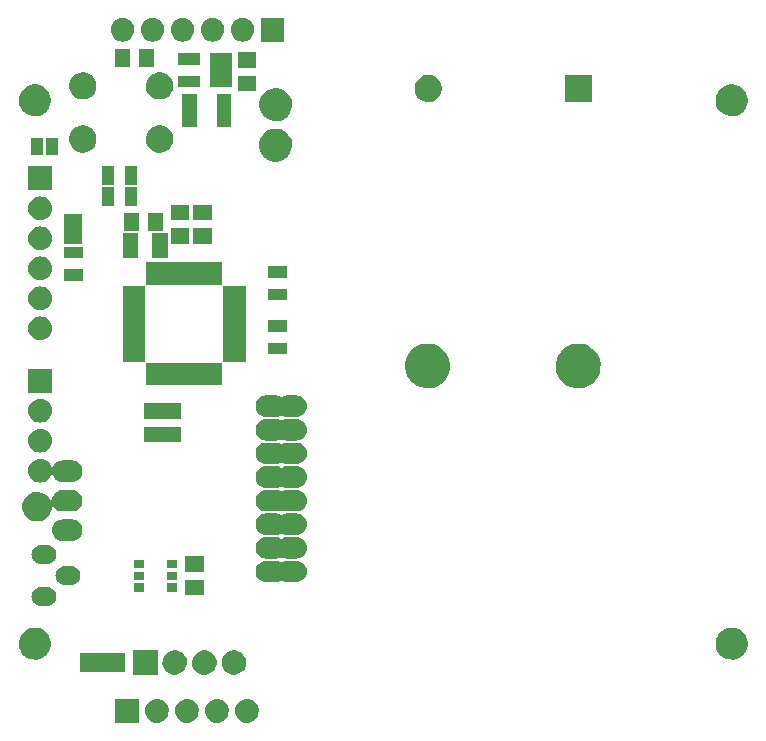
<source format=gts>
G04 #@! TF.FileFunction,Soldermask,Top*
%FSLAX46Y46*%
G04 Gerber Fmt 4.6, Leading zero omitted, Abs format (unit mm)*
G04 Created by KiCad (PCBNEW 4.0.6) date 04/23/17 17:59:47*
%MOMM*%
%LPD*%
G01*
G04 APERTURE LIST*
%ADD10C,0.100000*%
G04 APERTURE END LIST*
D10*
G36*
X115121005Y-137715576D02*
X115121016Y-137715580D01*
X115121078Y-137715586D01*
X115307516Y-137773298D01*
X115479193Y-137866123D01*
X115629571Y-137990527D01*
X115752921Y-138141769D01*
X115844546Y-138314091D01*
X115900955Y-138500927D01*
X115920000Y-138695161D01*
X115920000Y-138704962D01*
X115919925Y-138715750D01*
X115919924Y-138715758D01*
X115919903Y-138718801D01*
X115898148Y-138912751D01*
X115839135Y-139098781D01*
X115745113Y-139269806D01*
X115619663Y-139419312D01*
X115467563Y-139541603D01*
X115294607Y-139632023D01*
X115107381Y-139687126D01*
X115107326Y-139687131D01*
X115107309Y-139687136D01*
X114913023Y-139704817D01*
X114718995Y-139684424D01*
X114718984Y-139684420D01*
X114718922Y-139684414D01*
X114532484Y-139626702D01*
X114360807Y-139533877D01*
X114210429Y-139409473D01*
X114087079Y-139258231D01*
X113995454Y-139085909D01*
X113939045Y-138899073D01*
X113920000Y-138704839D01*
X113920000Y-138695038D01*
X113920075Y-138684250D01*
X113920076Y-138684242D01*
X113920097Y-138681199D01*
X113941852Y-138487249D01*
X114000865Y-138301219D01*
X114094887Y-138130194D01*
X114220337Y-137980688D01*
X114372437Y-137858397D01*
X114545393Y-137767977D01*
X114732619Y-137712874D01*
X114732674Y-137712869D01*
X114732691Y-137712864D01*
X114926977Y-137695183D01*
X115121005Y-137715576D01*
X115121005Y-137715576D01*
G37*
G36*
X112581005Y-137715576D02*
X112581016Y-137715580D01*
X112581078Y-137715586D01*
X112767516Y-137773298D01*
X112939193Y-137866123D01*
X113089571Y-137990527D01*
X113212921Y-138141769D01*
X113304546Y-138314091D01*
X113360955Y-138500927D01*
X113380000Y-138695161D01*
X113380000Y-138704962D01*
X113379925Y-138715750D01*
X113379924Y-138715758D01*
X113379903Y-138718801D01*
X113358148Y-138912751D01*
X113299135Y-139098781D01*
X113205113Y-139269806D01*
X113079663Y-139419312D01*
X112927563Y-139541603D01*
X112754607Y-139632023D01*
X112567381Y-139687126D01*
X112567326Y-139687131D01*
X112567309Y-139687136D01*
X112373023Y-139704817D01*
X112178995Y-139684424D01*
X112178984Y-139684420D01*
X112178922Y-139684414D01*
X111992484Y-139626702D01*
X111820807Y-139533877D01*
X111670429Y-139409473D01*
X111547079Y-139258231D01*
X111455454Y-139085909D01*
X111399045Y-138899073D01*
X111380000Y-138704839D01*
X111380000Y-138695038D01*
X111380075Y-138684250D01*
X111380076Y-138684242D01*
X111380097Y-138681199D01*
X111401852Y-138487249D01*
X111460865Y-138301219D01*
X111554887Y-138130194D01*
X111680337Y-137980688D01*
X111832437Y-137858397D01*
X112005393Y-137767977D01*
X112192619Y-137712874D01*
X112192674Y-137712869D01*
X112192691Y-137712864D01*
X112386977Y-137695183D01*
X112581005Y-137715576D01*
X112581005Y-137715576D01*
G37*
G36*
X110041005Y-137715576D02*
X110041016Y-137715580D01*
X110041078Y-137715586D01*
X110227516Y-137773298D01*
X110399193Y-137866123D01*
X110549571Y-137990527D01*
X110672921Y-138141769D01*
X110764546Y-138314091D01*
X110820955Y-138500927D01*
X110840000Y-138695161D01*
X110840000Y-138704962D01*
X110839925Y-138715750D01*
X110839924Y-138715758D01*
X110839903Y-138718801D01*
X110818148Y-138912751D01*
X110759135Y-139098781D01*
X110665113Y-139269806D01*
X110539663Y-139419312D01*
X110387563Y-139541603D01*
X110214607Y-139632023D01*
X110027381Y-139687126D01*
X110027326Y-139687131D01*
X110027309Y-139687136D01*
X109833023Y-139704817D01*
X109638995Y-139684424D01*
X109638984Y-139684420D01*
X109638922Y-139684414D01*
X109452484Y-139626702D01*
X109280807Y-139533877D01*
X109130429Y-139409473D01*
X109007079Y-139258231D01*
X108915454Y-139085909D01*
X108859045Y-138899073D01*
X108840000Y-138704839D01*
X108840000Y-138695038D01*
X108840075Y-138684250D01*
X108840076Y-138684242D01*
X108840097Y-138681199D01*
X108861852Y-138487249D01*
X108920865Y-138301219D01*
X109014887Y-138130194D01*
X109140337Y-137980688D01*
X109292437Y-137858397D01*
X109465393Y-137767977D01*
X109652619Y-137712874D01*
X109652674Y-137712869D01*
X109652691Y-137712864D01*
X109846977Y-137695183D01*
X110041005Y-137715576D01*
X110041005Y-137715576D01*
G37*
G36*
X117661005Y-137715576D02*
X117661016Y-137715580D01*
X117661078Y-137715586D01*
X117847516Y-137773298D01*
X118019193Y-137866123D01*
X118169571Y-137990527D01*
X118292921Y-138141769D01*
X118384546Y-138314091D01*
X118440955Y-138500927D01*
X118460000Y-138695161D01*
X118460000Y-138704962D01*
X118459925Y-138715750D01*
X118459924Y-138715758D01*
X118459903Y-138718801D01*
X118438148Y-138912751D01*
X118379135Y-139098781D01*
X118285113Y-139269806D01*
X118159663Y-139419312D01*
X118007563Y-139541603D01*
X117834607Y-139632023D01*
X117647381Y-139687126D01*
X117647326Y-139687131D01*
X117647309Y-139687136D01*
X117453023Y-139704817D01*
X117258995Y-139684424D01*
X117258984Y-139684420D01*
X117258922Y-139684414D01*
X117072484Y-139626702D01*
X116900807Y-139533877D01*
X116750429Y-139409473D01*
X116627079Y-139258231D01*
X116535454Y-139085909D01*
X116479045Y-138899073D01*
X116460000Y-138704839D01*
X116460000Y-138695038D01*
X116460075Y-138684250D01*
X116460076Y-138684242D01*
X116460097Y-138681199D01*
X116481852Y-138487249D01*
X116540865Y-138301219D01*
X116634887Y-138130194D01*
X116760337Y-137980688D01*
X116912437Y-137858397D01*
X117085393Y-137767977D01*
X117272619Y-137712874D01*
X117272674Y-137712869D01*
X117272691Y-137712864D01*
X117466977Y-137695183D01*
X117661005Y-137715576D01*
X117661005Y-137715576D01*
G37*
G36*
X108300000Y-139700000D02*
X106300000Y-139700000D01*
X106300000Y-137700000D01*
X108300000Y-137700000D01*
X108300000Y-139700000D01*
X108300000Y-139700000D01*
G37*
G36*
X113959130Y-133561689D02*
X114158726Y-133602660D01*
X114346568Y-133681621D01*
X114515491Y-133795561D01*
X114659064Y-133940140D01*
X114771825Y-134109859D01*
X114849470Y-134298240D01*
X114888945Y-134497602D01*
X114888945Y-134497620D01*
X114889044Y-134498121D01*
X114885795Y-134730851D01*
X114885680Y-134731356D01*
X114885680Y-134731370D01*
X114840655Y-134929546D01*
X114757780Y-135115689D01*
X114640324Y-135282193D01*
X114492768Y-135422708D01*
X114320731Y-135531887D01*
X114130764Y-135605570D01*
X113930097Y-135640953D01*
X113726378Y-135636686D01*
X113527377Y-135592932D01*
X113340659Y-135511357D01*
X113173345Y-135395071D01*
X113031801Y-135248498D01*
X112921420Y-135077221D01*
X112846414Y-134887777D01*
X112809632Y-134687363D01*
X112812476Y-134483621D01*
X112854840Y-134284317D01*
X112935109Y-134097034D01*
X113050227Y-133928910D01*
X113195808Y-133786347D01*
X113366303Y-133674778D01*
X113555225Y-133598449D01*
X113755381Y-133560266D01*
X113959130Y-133561689D01*
X113959130Y-133561689D01*
G37*
G36*
X111459130Y-133561689D02*
X111658726Y-133602660D01*
X111846568Y-133681621D01*
X112015491Y-133795561D01*
X112159064Y-133940140D01*
X112271825Y-134109859D01*
X112349470Y-134298240D01*
X112388945Y-134497602D01*
X112388945Y-134497620D01*
X112389044Y-134498121D01*
X112385795Y-134730851D01*
X112385680Y-134731356D01*
X112385680Y-134731370D01*
X112340655Y-134929546D01*
X112257780Y-135115689D01*
X112140324Y-135282193D01*
X111992768Y-135422708D01*
X111820731Y-135531887D01*
X111630764Y-135605570D01*
X111430097Y-135640953D01*
X111226378Y-135636686D01*
X111027377Y-135592932D01*
X110840659Y-135511357D01*
X110673345Y-135395071D01*
X110531801Y-135248498D01*
X110421420Y-135077221D01*
X110346414Y-134887777D01*
X110309632Y-134687363D01*
X110312476Y-134483621D01*
X110354840Y-134284317D01*
X110435109Y-134097034D01*
X110550227Y-133928910D01*
X110695808Y-133786347D01*
X110866303Y-133674778D01*
X111055225Y-133598449D01*
X111255381Y-133560266D01*
X111459130Y-133561689D01*
X111459130Y-133561689D01*
G37*
G36*
X116459130Y-133561689D02*
X116658726Y-133602660D01*
X116846568Y-133681621D01*
X117015491Y-133795561D01*
X117159064Y-133940140D01*
X117271825Y-134109859D01*
X117349470Y-134298240D01*
X117388945Y-134497602D01*
X117388945Y-134497620D01*
X117389044Y-134498121D01*
X117385795Y-134730851D01*
X117385680Y-134731356D01*
X117385680Y-134731370D01*
X117340655Y-134929546D01*
X117257780Y-135115689D01*
X117140324Y-135282193D01*
X116992768Y-135422708D01*
X116820731Y-135531887D01*
X116630764Y-135605570D01*
X116430097Y-135640953D01*
X116226378Y-135636686D01*
X116027377Y-135592932D01*
X115840659Y-135511357D01*
X115673345Y-135395071D01*
X115531801Y-135248498D01*
X115421420Y-135077221D01*
X115346414Y-134887777D01*
X115309632Y-134687363D01*
X115312476Y-134483621D01*
X115354840Y-134284317D01*
X115435109Y-134097034D01*
X115550227Y-133928910D01*
X115695808Y-133786347D01*
X115866303Y-133674778D01*
X116055225Y-133598449D01*
X116255381Y-133560266D01*
X116459130Y-133561689D01*
X116459130Y-133561689D01*
G37*
G36*
X109889000Y-135639000D02*
X107811000Y-135639000D01*
X107811000Y-133561000D01*
X109889000Y-133561000D01*
X109889000Y-135639000D01*
X109889000Y-135639000D01*
G37*
G36*
X107105000Y-135385000D02*
X103295000Y-135385000D01*
X103295000Y-133815000D01*
X107105000Y-133815000D01*
X107105000Y-135385000D01*
X107105000Y-135385000D01*
G37*
G36*
X158641796Y-131650896D02*
X158901136Y-131704131D01*
X159145203Y-131806727D01*
X159364686Y-131954770D01*
X159551242Y-132142632D01*
X159697749Y-132363144D01*
X159798637Y-132607916D01*
X159849958Y-132867108D01*
X159849958Y-132867120D01*
X159850058Y-132867626D01*
X159845835Y-133170019D01*
X159845721Y-133170520D01*
X159845721Y-133170537D01*
X159787184Y-133428188D01*
X159679500Y-133670050D01*
X159526892Y-133886386D01*
X159335166Y-134068965D01*
X159111629Y-134210825D01*
X158864803Y-134306563D01*
X158604072Y-134352537D01*
X158339376Y-134346992D01*
X158080808Y-134290142D01*
X157838203Y-134184151D01*
X157620802Y-134033054D01*
X157436890Y-133842606D01*
X157293475Y-133620070D01*
X157196015Y-133373915D01*
X157148223Y-133113513D01*
X157151919Y-132848786D01*
X157206963Y-132589825D01*
X157311259Y-132346483D01*
X157460834Y-132128036D01*
X157649990Y-131942800D01*
X157871519Y-131797836D01*
X158116994Y-131698657D01*
X158377058Y-131649047D01*
X158641796Y-131650896D01*
X158641796Y-131650896D01*
G37*
G36*
X99641796Y-131650896D02*
X99901136Y-131704131D01*
X100145203Y-131806727D01*
X100364686Y-131954770D01*
X100551242Y-132142632D01*
X100697749Y-132363144D01*
X100798637Y-132607916D01*
X100849958Y-132867108D01*
X100849958Y-132867120D01*
X100850058Y-132867626D01*
X100845835Y-133170019D01*
X100845721Y-133170520D01*
X100845721Y-133170537D01*
X100787184Y-133428188D01*
X100679500Y-133670050D01*
X100526892Y-133886386D01*
X100335166Y-134068965D01*
X100111629Y-134210825D01*
X99864803Y-134306563D01*
X99604072Y-134352537D01*
X99339376Y-134346992D01*
X99080808Y-134290142D01*
X98838203Y-134184151D01*
X98620802Y-134033054D01*
X98436890Y-133842606D01*
X98293475Y-133620070D01*
X98196015Y-133373915D01*
X98148223Y-133113513D01*
X98151919Y-132848786D01*
X98206963Y-132589825D01*
X98311259Y-132346483D01*
X98460834Y-132128036D01*
X98649990Y-131942800D01*
X98871519Y-131797836D01*
X99116994Y-131698657D01*
X99377058Y-131649047D01*
X99641796Y-131650896D01*
X99641796Y-131650896D01*
G37*
G36*
X100531601Y-128210356D02*
X100531608Y-128210357D01*
X100534651Y-128210378D01*
X100689810Y-128227782D01*
X100838635Y-128274992D01*
X100975455Y-128350209D01*
X101095059Y-128450569D01*
X101192892Y-128572249D01*
X101265228Y-128710615D01*
X101309311Y-128860395D01*
X101309316Y-128860452D01*
X101309320Y-128860465D01*
X101323464Y-129015882D01*
X101307151Y-129171089D01*
X101307147Y-129171100D01*
X101307141Y-129171162D01*
X101260972Y-129320312D01*
X101186711Y-129457654D01*
X101087188Y-129577957D01*
X100966194Y-129676637D01*
X100828337Y-129749937D01*
X100678868Y-129795064D01*
X100523481Y-129810300D01*
X100013192Y-129810300D01*
X100005199Y-129810244D01*
X100005192Y-129810243D01*
X100002149Y-129810222D01*
X99846990Y-129792818D01*
X99698165Y-129745608D01*
X99561345Y-129670391D01*
X99441741Y-129570031D01*
X99343908Y-129448351D01*
X99271572Y-129309985D01*
X99227489Y-129160205D01*
X99227484Y-129160148D01*
X99227480Y-129160135D01*
X99213336Y-129004718D01*
X99229649Y-128849511D01*
X99229653Y-128849500D01*
X99229659Y-128849438D01*
X99275828Y-128700288D01*
X99350089Y-128562946D01*
X99449612Y-128442643D01*
X99570606Y-128343963D01*
X99708463Y-128270663D01*
X99857932Y-128225536D01*
X100013319Y-128210300D01*
X100523608Y-128210300D01*
X100531601Y-128210356D01*
X100531601Y-128210356D01*
G37*
G36*
X113805000Y-128904000D02*
X112255000Y-128904000D01*
X112255000Y-127604000D01*
X113805000Y-127604000D01*
X113805000Y-128904000D01*
X113805000Y-128904000D01*
G37*
G36*
X108778000Y-128604000D02*
X107878000Y-128604000D01*
X107878000Y-127904000D01*
X108778000Y-127904000D01*
X108778000Y-128604000D01*
X108778000Y-128604000D01*
G37*
G36*
X111578000Y-128604000D02*
X110678000Y-128604000D01*
X110678000Y-127904000D01*
X111578000Y-127904000D01*
X111578000Y-128604000D01*
X111578000Y-128604000D01*
G37*
G36*
X102563601Y-126432356D02*
X102563608Y-126432357D01*
X102566651Y-126432378D01*
X102721810Y-126449782D01*
X102870635Y-126496992D01*
X103007455Y-126572209D01*
X103127059Y-126672569D01*
X103224892Y-126794249D01*
X103297228Y-126932615D01*
X103341311Y-127082395D01*
X103341316Y-127082452D01*
X103341320Y-127082465D01*
X103355464Y-127237882D01*
X103339151Y-127393089D01*
X103339147Y-127393100D01*
X103339141Y-127393162D01*
X103292972Y-127542312D01*
X103218711Y-127679654D01*
X103119188Y-127799957D01*
X102998194Y-127898637D01*
X102860337Y-127971937D01*
X102710868Y-128017064D01*
X102555481Y-128032300D01*
X102045192Y-128032300D01*
X102037199Y-128032244D01*
X102037192Y-128032243D01*
X102034149Y-128032222D01*
X101878990Y-128014818D01*
X101730165Y-127967608D01*
X101593345Y-127892391D01*
X101473741Y-127792031D01*
X101375908Y-127670351D01*
X101303572Y-127531985D01*
X101259489Y-127382205D01*
X101259484Y-127382148D01*
X101259480Y-127382135D01*
X101245336Y-127226718D01*
X101261649Y-127071511D01*
X101261653Y-127071500D01*
X101261659Y-127071438D01*
X101307828Y-126922288D01*
X101382089Y-126784946D01*
X101481612Y-126664643D01*
X101602606Y-126565963D01*
X101740463Y-126492663D01*
X101889932Y-126447536D01*
X102045319Y-126432300D01*
X102555608Y-126432300D01*
X102563601Y-126432356D01*
X102563601Y-126432356D01*
G37*
G36*
X119881941Y-125985067D02*
X119881948Y-125985068D01*
X119884990Y-125985089D01*
X120061871Y-126004929D01*
X120231531Y-126058749D01*
X120324753Y-126109998D01*
X120343272Y-126117000D01*
X120364311Y-126118669D01*
X120384981Y-126114411D01*
X120392486Y-126111091D01*
X120500208Y-126053814D01*
X120670602Y-126002369D01*
X120847744Y-125985000D01*
X121622384Y-125985000D01*
X121631941Y-125985067D01*
X121631948Y-125985068D01*
X121634990Y-125985089D01*
X121811871Y-126004929D01*
X121981531Y-126058749D01*
X122137506Y-126144496D01*
X122273855Y-126258907D01*
X122385385Y-126397622D01*
X122467848Y-126555359D01*
X122518102Y-126726108D01*
X122518106Y-126726157D01*
X122518112Y-126726176D01*
X122534237Y-126903363D01*
X122515640Y-127080310D01*
X122515635Y-127080326D01*
X122515629Y-127080383D01*
X122462995Y-127250414D01*
X122378338Y-127406984D01*
X122264882Y-127544129D01*
X122126949Y-127656624D01*
X121969792Y-127740186D01*
X121799398Y-127791631D01*
X121622256Y-127809000D01*
X120847616Y-127809000D01*
X120838059Y-127808933D01*
X120838052Y-127808932D01*
X120835010Y-127808911D01*
X120658129Y-127789071D01*
X120488469Y-127735251D01*
X120395247Y-127684002D01*
X120376728Y-127677000D01*
X120355689Y-127675331D01*
X120335019Y-127679589D01*
X120327514Y-127682909D01*
X120219792Y-127740186D01*
X120049398Y-127791631D01*
X119872256Y-127809000D01*
X119097616Y-127809000D01*
X119088059Y-127808933D01*
X119088052Y-127808932D01*
X119085010Y-127808911D01*
X118908129Y-127789071D01*
X118738469Y-127735251D01*
X118582494Y-127649504D01*
X118446145Y-127535093D01*
X118334615Y-127396378D01*
X118252152Y-127238641D01*
X118201898Y-127067892D01*
X118201894Y-127067843D01*
X118201888Y-127067824D01*
X118185763Y-126890637D01*
X118204360Y-126713690D01*
X118204365Y-126713674D01*
X118204371Y-126713617D01*
X118257005Y-126543586D01*
X118341662Y-126387016D01*
X118455118Y-126249871D01*
X118593051Y-126137376D01*
X118750208Y-126053814D01*
X118920602Y-126002369D01*
X119097744Y-125985000D01*
X119872384Y-125985000D01*
X119881941Y-125985067D01*
X119881941Y-125985067D01*
G37*
G36*
X108778000Y-127604000D02*
X107878000Y-127604000D01*
X107878000Y-126904000D01*
X108778000Y-126904000D01*
X108778000Y-127604000D01*
X108778000Y-127604000D01*
G37*
G36*
X111578000Y-127604000D02*
X110678000Y-127604000D01*
X110678000Y-126904000D01*
X111578000Y-126904000D01*
X111578000Y-127604000D01*
X111578000Y-127604000D01*
G37*
G36*
X113805000Y-126904000D02*
X112255000Y-126904000D01*
X112255000Y-125604000D01*
X113805000Y-125604000D01*
X113805000Y-126904000D01*
X113805000Y-126904000D01*
G37*
G36*
X108778000Y-126604000D02*
X107878000Y-126604000D01*
X107878000Y-125904000D01*
X108778000Y-125904000D01*
X108778000Y-126604000D01*
X108778000Y-126604000D01*
G37*
G36*
X111578000Y-126604000D02*
X110678000Y-126604000D01*
X110678000Y-125904000D01*
X111578000Y-125904000D01*
X111578000Y-126604000D01*
X111578000Y-126604000D01*
G37*
G36*
X100531601Y-124654356D02*
X100531608Y-124654357D01*
X100534651Y-124654378D01*
X100689810Y-124671782D01*
X100838635Y-124718992D01*
X100975455Y-124794209D01*
X101095059Y-124894569D01*
X101192892Y-125016249D01*
X101265228Y-125154615D01*
X101309311Y-125304395D01*
X101309316Y-125304452D01*
X101309320Y-125304465D01*
X101323464Y-125459882D01*
X101307151Y-125615089D01*
X101307147Y-125615100D01*
X101307141Y-125615162D01*
X101260972Y-125764312D01*
X101186711Y-125901654D01*
X101087188Y-126021957D01*
X100966194Y-126120637D01*
X100828337Y-126193937D01*
X100678868Y-126239064D01*
X100523481Y-126254300D01*
X100013192Y-126254300D01*
X100005199Y-126254244D01*
X100005192Y-126254243D01*
X100002149Y-126254222D01*
X99846990Y-126236818D01*
X99698165Y-126189608D01*
X99561345Y-126114391D01*
X99441741Y-126014031D01*
X99343908Y-125892351D01*
X99271572Y-125753985D01*
X99227489Y-125604205D01*
X99227484Y-125604148D01*
X99227480Y-125604135D01*
X99213336Y-125448718D01*
X99229649Y-125293511D01*
X99229653Y-125293500D01*
X99229659Y-125293438D01*
X99275828Y-125144288D01*
X99350089Y-125006946D01*
X99449612Y-124886643D01*
X99570606Y-124787963D01*
X99708463Y-124714663D01*
X99857932Y-124669536D01*
X100013319Y-124654300D01*
X100523608Y-124654300D01*
X100531601Y-124654356D01*
X100531601Y-124654356D01*
G37*
G36*
X119881941Y-123985067D02*
X119881948Y-123985068D01*
X119884990Y-123985089D01*
X120061871Y-124004929D01*
X120231531Y-124058749D01*
X120324753Y-124109998D01*
X120343272Y-124117000D01*
X120364311Y-124118669D01*
X120384981Y-124114411D01*
X120392486Y-124111091D01*
X120500208Y-124053814D01*
X120670602Y-124002369D01*
X120847744Y-123985000D01*
X121622384Y-123985000D01*
X121631941Y-123985067D01*
X121631948Y-123985068D01*
X121634990Y-123985089D01*
X121811871Y-124004929D01*
X121981531Y-124058749D01*
X122137506Y-124144496D01*
X122273855Y-124258907D01*
X122385385Y-124397622D01*
X122467848Y-124555359D01*
X122518102Y-124726108D01*
X122518106Y-124726157D01*
X122518112Y-124726176D01*
X122534237Y-124903363D01*
X122515640Y-125080310D01*
X122515635Y-125080326D01*
X122515629Y-125080383D01*
X122462995Y-125250414D01*
X122378338Y-125406984D01*
X122264882Y-125544129D01*
X122126949Y-125656624D01*
X121969792Y-125740186D01*
X121799398Y-125791631D01*
X121622256Y-125809000D01*
X120847616Y-125809000D01*
X120838059Y-125808933D01*
X120838052Y-125808932D01*
X120835010Y-125808911D01*
X120658129Y-125789071D01*
X120488469Y-125735251D01*
X120395247Y-125684002D01*
X120376728Y-125677000D01*
X120355689Y-125675331D01*
X120335019Y-125679589D01*
X120327514Y-125682909D01*
X120219792Y-125740186D01*
X120049398Y-125791631D01*
X119872256Y-125809000D01*
X119097616Y-125809000D01*
X119088059Y-125808933D01*
X119088052Y-125808932D01*
X119085010Y-125808911D01*
X118908129Y-125789071D01*
X118738469Y-125735251D01*
X118582494Y-125649504D01*
X118446145Y-125535093D01*
X118334615Y-125396378D01*
X118252152Y-125238641D01*
X118201898Y-125067892D01*
X118201894Y-125067843D01*
X118201888Y-125067824D01*
X118185763Y-124890637D01*
X118204360Y-124713690D01*
X118204365Y-124713674D01*
X118204371Y-124713617D01*
X118257005Y-124543586D01*
X118341662Y-124387016D01*
X118455118Y-124249871D01*
X118593051Y-124137376D01*
X118750208Y-124053814D01*
X118920602Y-124002369D01*
X119097744Y-123985000D01*
X119872384Y-123985000D01*
X119881941Y-123985067D01*
X119881941Y-123985067D01*
G37*
G36*
X102631941Y-122485067D02*
X102631948Y-122485068D01*
X102634990Y-122485089D01*
X102811871Y-122504929D01*
X102981531Y-122558749D01*
X103137506Y-122644496D01*
X103273855Y-122758907D01*
X103385385Y-122897622D01*
X103467848Y-123055359D01*
X103518102Y-123226108D01*
X103518106Y-123226157D01*
X103518112Y-123226176D01*
X103534237Y-123403363D01*
X103515640Y-123580310D01*
X103515635Y-123580326D01*
X103515629Y-123580383D01*
X103462995Y-123750414D01*
X103378338Y-123906984D01*
X103264882Y-124044129D01*
X103126949Y-124156624D01*
X102969792Y-124240186D01*
X102799398Y-124291631D01*
X102622256Y-124309000D01*
X101847616Y-124309000D01*
X101838059Y-124308933D01*
X101838052Y-124308932D01*
X101835010Y-124308911D01*
X101658129Y-124289071D01*
X101488469Y-124235251D01*
X101332494Y-124149504D01*
X101196145Y-124035093D01*
X101084615Y-123896378D01*
X101002152Y-123738641D01*
X100951898Y-123567892D01*
X100951894Y-123567843D01*
X100951888Y-123567824D01*
X100935763Y-123390637D01*
X100954360Y-123213690D01*
X100954365Y-123213674D01*
X100954371Y-123213617D01*
X101007005Y-123043586D01*
X101091662Y-122887016D01*
X101205118Y-122749871D01*
X101343051Y-122637376D01*
X101500208Y-122553814D01*
X101670602Y-122502369D01*
X101847744Y-122485000D01*
X102622384Y-122485000D01*
X102631941Y-122485067D01*
X102631941Y-122485067D01*
G37*
G36*
X119881941Y-121985067D02*
X119881948Y-121985068D01*
X119884990Y-121985089D01*
X120061871Y-122004929D01*
X120231531Y-122058749D01*
X120324753Y-122109998D01*
X120343272Y-122117000D01*
X120364311Y-122118669D01*
X120384981Y-122114411D01*
X120392486Y-122111091D01*
X120500208Y-122053814D01*
X120670602Y-122002369D01*
X120847744Y-121985000D01*
X121622384Y-121985000D01*
X121631941Y-121985067D01*
X121631948Y-121985068D01*
X121634990Y-121985089D01*
X121811871Y-122004929D01*
X121981531Y-122058749D01*
X122137506Y-122144496D01*
X122273855Y-122258907D01*
X122385385Y-122397622D01*
X122467848Y-122555359D01*
X122518102Y-122726108D01*
X122518106Y-122726157D01*
X122518112Y-122726176D01*
X122534237Y-122903363D01*
X122515640Y-123080310D01*
X122515635Y-123080326D01*
X122515629Y-123080383D01*
X122462995Y-123250414D01*
X122378338Y-123406984D01*
X122264882Y-123544129D01*
X122126949Y-123656624D01*
X121969792Y-123740186D01*
X121799398Y-123791631D01*
X121622256Y-123809000D01*
X120847616Y-123809000D01*
X120838059Y-123808933D01*
X120838052Y-123808932D01*
X120835010Y-123808911D01*
X120658129Y-123789071D01*
X120488469Y-123735251D01*
X120395247Y-123684002D01*
X120376728Y-123677000D01*
X120355689Y-123675331D01*
X120335019Y-123679589D01*
X120327514Y-123682909D01*
X120219792Y-123740186D01*
X120049398Y-123791631D01*
X119872256Y-123809000D01*
X119097616Y-123809000D01*
X119088059Y-123808933D01*
X119088052Y-123808932D01*
X119085010Y-123808911D01*
X118908129Y-123789071D01*
X118738469Y-123735251D01*
X118582494Y-123649504D01*
X118446145Y-123535093D01*
X118334615Y-123396378D01*
X118252152Y-123238641D01*
X118201898Y-123067892D01*
X118201894Y-123067843D01*
X118201888Y-123067824D01*
X118185763Y-122890637D01*
X118204360Y-122713690D01*
X118204365Y-122713674D01*
X118204371Y-122713617D01*
X118257005Y-122543586D01*
X118341662Y-122387016D01*
X118455118Y-122249871D01*
X118593051Y-122137376D01*
X118750208Y-122053814D01*
X118920602Y-122002369D01*
X119097744Y-121985000D01*
X119872384Y-121985000D01*
X119881941Y-121985067D01*
X119881941Y-121985067D01*
G37*
G36*
X102631941Y-119985067D02*
X102631948Y-119985068D01*
X102634990Y-119985089D01*
X102811871Y-120004929D01*
X102981531Y-120058749D01*
X103137506Y-120144496D01*
X103273855Y-120258907D01*
X103385385Y-120397622D01*
X103467848Y-120555359D01*
X103518102Y-120726108D01*
X103518106Y-120726157D01*
X103518112Y-120726176D01*
X103534237Y-120903363D01*
X103515640Y-121080310D01*
X103515635Y-121080326D01*
X103515629Y-121080383D01*
X103462995Y-121250414D01*
X103378338Y-121406984D01*
X103264882Y-121544129D01*
X103126949Y-121656624D01*
X102969792Y-121740186D01*
X102799398Y-121791631D01*
X102622256Y-121809000D01*
X101847616Y-121809000D01*
X101838059Y-121808933D01*
X101838052Y-121808932D01*
X101835010Y-121808911D01*
X101658129Y-121789071D01*
X101488469Y-121735251D01*
X101332494Y-121649504D01*
X101196145Y-121535093D01*
X101084615Y-121396378D01*
X101084294Y-121395764D01*
X101072136Y-121378836D01*
X101055536Y-121365803D01*
X101035963Y-121357911D01*
X101014966Y-121355784D01*
X100994208Y-121359590D01*
X100975332Y-121369030D01*
X100959833Y-121383354D01*
X100948939Y-121401429D01*
X100943103Y-121429132D01*
X100941144Y-121569425D01*
X100941029Y-121569930D01*
X100941029Y-121569943D01*
X100886837Y-121808471D01*
X100787130Y-122032417D01*
X100645825Y-122232730D01*
X100468304Y-122401780D01*
X100261322Y-122533135D01*
X100032781Y-122621780D01*
X99791363Y-122664349D01*
X99546274Y-122659215D01*
X99306859Y-122606576D01*
X99082225Y-122508436D01*
X98880925Y-122368529D01*
X98710641Y-122192194D01*
X98577847Y-121986139D01*
X98487607Y-121758217D01*
X98443354Y-121517105D01*
X98446776Y-121271987D01*
X98497743Y-121032208D01*
X98594313Y-120806896D01*
X98732812Y-120604623D01*
X98907954Y-120433111D01*
X99113073Y-120298885D01*
X99340364Y-120207053D01*
X99581164Y-120161118D01*
X99826293Y-120162830D01*
X100066422Y-120212121D01*
X100292410Y-120307117D01*
X100495635Y-120444194D01*
X100668373Y-120618141D01*
X100808097Y-120828444D01*
X100808460Y-120828203D01*
X100812487Y-120835039D01*
X100827841Y-120849519D01*
X100846620Y-120859148D01*
X100867339Y-120863164D01*
X100888356Y-120861249D01*
X100908008Y-120853555D01*
X100924738Y-120840690D01*
X100937222Y-120823674D01*
X100945699Y-120796098D01*
X100954360Y-120713691D01*
X100954365Y-120713675D01*
X100954371Y-120713617D01*
X101007005Y-120543586D01*
X101091662Y-120387016D01*
X101205118Y-120249871D01*
X101343051Y-120137376D01*
X101500208Y-120053814D01*
X101670602Y-120002369D01*
X101847744Y-119985000D01*
X102622384Y-119985000D01*
X102631941Y-119985067D01*
X102631941Y-119985067D01*
G37*
G36*
X119881941Y-119985067D02*
X119881948Y-119985068D01*
X119884990Y-119985089D01*
X120061871Y-120004929D01*
X120231531Y-120058749D01*
X120324753Y-120109998D01*
X120343272Y-120117000D01*
X120364311Y-120118669D01*
X120384981Y-120114411D01*
X120392486Y-120111091D01*
X120500208Y-120053814D01*
X120670602Y-120002369D01*
X120847744Y-119985000D01*
X121622384Y-119985000D01*
X121631941Y-119985067D01*
X121631948Y-119985068D01*
X121634990Y-119985089D01*
X121811871Y-120004929D01*
X121981531Y-120058749D01*
X122137506Y-120144496D01*
X122273855Y-120258907D01*
X122385385Y-120397622D01*
X122467848Y-120555359D01*
X122518102Y-120726108D01*
X122518106Y-120726157D01*
X122518112Y-120726176D01*
X122534237Y-120903363D01*
X122515640Y-121080310D01*
X122515635Y-121080326D01*
X122515629Y-121080383D01*
X122462995Y-121250414D01*
X122378338Y-121406984D01*
X122264882Y-121544129D01*
X122126949Y-121656624D01*
X121969792Y-121740186D01*
X121799398Y-121791631D01*
X121622256Y-121809000D01*
X120847616Y-121809000D01*
X120838059Y-121808933D01*
X120838052Y-121808932D01*
X120835010Y-121808911D01*
X120658129Y-121789071D01*
X120488469Y-121735251D01*
X120395247Y-121684002D01*
X120376728Y-121677000D01*
X120355689Y-121675331D01*
X120335019Y-121679589D01*
X120327514Y-121682909D01*
X120219792Y-121740186D01*
X120049398Y-121791631D01*
X119872256Y-121809000D01*
X119097616Y-121809000D01*
X119088059Y-121808933D01*
X119088052Y-121808932D01*
X119085010Y-121808911D01*
X118908129Y-121789071D01*
X118738469Y-121735251D01*
X118582494Y-121649504D01*
X118446145Y-121535093D01*
X118334615Y-121396378D01*
X118252152Y-121238641D01*
X118201898Y-121067892D01*
X118201894Y-121067843D01*
X118201888Y-121067824D01*
X118185763Y-120890637D01*
X118204360Y-120713690D01*
X118204365Y-120713674D01*
X118204371Y-120713617D01*
X118257005Y-120543586D01*
X118341662Y-120387016D01*
X118455118Y-120249871D01*
X118593051Y-120137376D01*
X118750208Y-120053814D01*
X118920602Y-120002369D01*
X119097744Y-119985000D01*
X119872384Y-119985000D01*
X119881941Y-119985067D01*
X119881941Y-119985067D01*
G37*
G36*
X119881941Y-117985067D02*
X119881948Y-117985068D01*
X119884990Y-117985089D01*
X120061871Y-118004929D01*
X120231531Y-118058749D01*
X120324753Y-118109998D01*
X120343272Y-118117000D01*
X120364311Y-118118669D01*
X120384981Y-118114411D01*
X120392486Y-118111091D01*
X120500208Y-118053814D01*
X120670602Y-118002369D01*
X120847744Y-117985000D01*
X121622384Y-117985000D01*
X121631941Y-117985067D01*
X121631948Y-117985068D01*
X121634990Y-117985089D01*
X121811871Y-118004929D01*
X121981531Y-118058749D01*
X122137506Y-118144496D01*
X122273855Y-118258907D01*
X122385385Y-118397622D01*
X122467848Y-118555359D01*
X122518102Y-118726108D01*
X122518106Y-118726157D01*
X122518112Y-118726176D01*
X122534237Y-118903363D01*
X122515640Y-119080310D01*
X122515635Y-119080326D01*
X122515629Y-119080383D01*
X122462995Y-119250414D01*
X122378338Y-119406984D01*
X122264882Y-119544129D01*
X122126949Y-119656624D01*
X121969792Y-119740186D01*
X121799398Y-119791631D01*
X121622256Y-119809000D01*
X120847616Y-119809000D01*
X120838059Y-119808933D01*
X120838052Y-119808932D01*
X120835010Y-119808911D01*
X120658129Y-119789071D01*
X120488469Y-119735251D01*
X120395247Y-119684002D01*
X120376728Y-119677000D01*
X120355689Y-119675331D01*
X120335019Y-119679589D01*
X120327514Y-119682909D01*
X120219792Y-119740186D01*
X120049398Y-119791631D01*
X119872256Y-119809000D01*
X119097616Y-119809000D01*
X119088059Y-119808933D01*
X119088052Y-119808932D01*
X119085010Y-119808911D01*
X118908129Y-119789071D01*
X118738469Y-119735251D01*
X118582494Y-119649504D01*
X118446145Y-119535093D01*
X118334615Y-119396378D01*
X118252152Y-119238641D01*
X118201898Y-119067892D01*
X118201894Y-119067843D01*
X118201888Y-119067824D01*
X118185763Y-118890637D01*
X118204360Y-118713690D01*
X118204365Y-118713674D01*
X118204371Y-118713617D01*
X118257005Y-118543586D01*
X118341662Y-118387016D01*
X118455118Y-118249871D01*
X118593051Y-118137376D01*
X118750208Y-118053814D01*
X118920602Y-118002369D01*
X119097744Y-117985000D01*
X119872384Y-117985000D01*
X119881941Y-117985067D01*
X119881941Y-117985067D01*
G37*
G36*
X99964750Y-117364075D02*
X99964758Y-117364076D01*
X99967801Y-117364097D01*
X100161751Y-117385852D01*
X100347781Y-117444865D01*
X100518806Y-117538887D01*
X100668312Y-117664337D01*
X100790603Y-117816437D01*
X100881023Y-117989393D01*
X100884419Y-118000932D01*
X100893137Y-118020071D01*
X100906890Y-118036079D01*
X100924558Y-118047622D01*
X100944742Y-118053786D01*
X100965845Y-118054083D01*
X100986194Y-118048489D01*
X101004179Y-118037447D01*
X101022181Y-118015518D01*
X101091662Y-117887016D01*
X101205118Y-117749871D01*
X101343051Y-117637376D01*
X101500208Y-117553814D01*
X101670602Y-117502369D01*
X101847744Y-117485000D01*
X102622384Y-117485000D01*
X102631941Y-117485067D01*
X102631948Y-117485068D01*
X102634990Y-117485089D01*
X102811871Y-117504929D01*
X102981531Y-117558749D01*
X103137506Y-117644496D01*
X103273855Y-117758907D01*
X103385385Y-117897622D01*
X103467848Y-118055359D01*
X103518102Y-118226108D01*
X103518106Y-118226157D01*
X103518112Y-118226176D01*
X103534237Y-118403363D01*
X103515640Y-118580310D01*
X103515635Y-118580326D01*
X103515629Y-118580383D01*
X103462995Y-118750414D01*
X103378338Y-118906984D01*
X103264882Y-119044129D01*
X103126949Y-119156624D01*
X102969792Y-119240186D01*
X102799398Y-119291631D01*
X102622256Y-119309000D01*
X101847616Y-119309000D01*
X101838059Y-119308933D01*
X101838052Y-119308932D01*
X101835010Y-119308911D01*
X101658129Y-119289071D01*
X101488469Y-119235251D01*
X101332494Y-119149504D01*
X101196145Y-119035093D01*
X101084615Y-118896378D01*
X101008610Y-118750994D01*
X100996452Y-118734066D01*
X100979852Y-118721033D01*
X100960279Y-118713141D01*
X100939282Y-118711015D01*
X100918524Y-118714822D01*
X100899648Y-118724261D01*
X100884149Y-118738586D01*
X100876324Y-118750282D01*
X100875763Y-118751320D01*
X100875702Y-118751516D01*
X100782877Y-118923193D01*
X100658473Y-119073571D01*
X100507231Y-119196921D01*
X100334909Y-119288546D01*
X100148073Y-119344955D01*
X99953839Y-119364000D01*
X99944038Y-119364000D01*
X99933250Y-119363925D01*
X99933242Y-119363924D01*
X99930199Y-119363903D01*
X99736249Y-119342148D01*
X99550219Y-119283135D01*
X99379194Y-119189113D01*
X99229688Y-119063663D01*
X99107397Y-118911563D01*
X99016977Y-118738607D01*
X98961874Y-118551381D01*
X98961869Y-118551326D01*
X98961864Y-118551309D01*
X98944183Y-118357023D01*
X98964576Y-118162995D01*
X98964580Y-118162984D01*
X98964586Y-118162922D01*
X99022298Y-117976484D01*
X99115123Y-117804807D01*
X99239527Y-117654429D01*
X99390769Y-117531079D01*
X99563091Y-117439454D01*
X99749927Y-117383045D01*
X99944161Y-117364000D01*
X99953962Y-117364000D01*
X99964750Y-117364075D01*
X99964750Y-117364075D01*
G37*
G36*
X119881941Y-115985067D02*
X119881948Y-115985068D01*
X119884990Y-115985089D01*
X120061871Y-116004929D01*
X120231531Y-116058749D01*
X120324753Y-116109998D01*
X120343272Y-116117000D01*
X120364311Y-116118669D01*
X120384981Y-116114411D01*
X120392486Y-116111091D01*
X120500208Y-116053814D01*
X120670602Y-116002369D01*
X120847744Y-115985000D01*
X121622384Y-115985000D01*
X121631941Y-115985067D01*
X121631948Y-115985068D01*
X121634990Y-115985089D01*
X121811871Y-116004929D01*
X121981531Y-116058749D01*
X122137506Y-116144496D01*
X122273855Y-116258907D01*
X122385385Y-116397622D01*
X122467848Y-116555359D01*
X122518102Y-116726108D01*
X122518106Y-116726157D01*
X122518112Y-116726176D01*
X122534237Y-116903363D01*
X122515640Y-117080310D01*
X122515635Y-117080326D01*
X122515629Y-117080383D01*
X122462995Y-117250414D01*
X122378338Y-117406984D01*
X122264882Y-117544129D01*
X122126949Y-117656624D01*
X121969792Y-117740186D01*
X121799398Y-117791631D01*
X121622256Y-117809000D01*
X120847616Y-117809000D01*
X120838059Y-117808933D01*
X120838052Y-117808932D01*
X120835010Y-117808911D01*
X120658129Y-117789071D01*
X120488469Y-117735251D01*
X120395247Y-117684002D01*
X120376728Y-117677000D01*
X120355689Y-117675331D01*
X120335019Y-117679589D01*
X120327514Y-117682909D01*
X120219792Y-117740186D01*
X120049398Y-117791631D01*
X119872256Y-117809000D01*
X119097616Y-117809000D01*
X119088059Y-117808933D01*
X119088052Y-117808932D01*
X119085010Y-117808911D01*
X118908129Y-117789071D01*
X118738469Y-117735251D01*
X118582494Y-117649504D01*
X118446145Y-117535093D01*
X118334615Y-117396378D01*
X118252152Y-117238641D01*
X118201898Y-117067892D01*
X118201894Y-117067843D01*
X118201888Y-117067824D01*
X118185763Y-116890637D01*
X118204360Y-116713690D01*
X118204365Y-116713674D01*
X118204371Y-116713617D01*
X118257005Y-116543586D01*
X118341662Y-116387016D01*
X118455118Y-116249871D01*
X118593051Y-116137376D01*
X118750208Y-116053814D01*
X118920602Y-116002369D01*
X119097744Y-115985000D01*
X119872384Y-115985000D01*
X119881941Y-115985067D01*
X119881941Y-115985067D01*
G37*
G36*
X99964750Y-114824075D02*
X99964758Y-114824076D01*
X99967801Y-114824097D01*
X100161751Y-114845852D01*
X100347781Y-114904865D01*
X100518806Y-114998887D01*
X100668312Y-115124337D01*
X100790603Y-115276437D01*
X100881023Y-115449393D01*
X100936126Y-115636619D01*
X100936131Y-115636674D01*
X100936136Y-115636691D01*
X100953817Y-115830977D01*
X100933424Y-116025005D01*
X100933420Y-116025016D01*
X100933414Y-116025078D01*
X100875702Y-116211516D01*
X100782877Y-116383193D01*
X100658473Y-116533571D01*
X100507231Y-116656921D01*
X100334909Y-116748546D01*
X100148073Y-116804955D01*
X99953839Y-116824000D01*
X99944038Y-116824000D01*
X99933250Y-116823925D01*
X99933242Y-116823924D01*
X99930199Y-116823903D01*
X99736249Y-116802148D01*
X99550219Y-116743135D01*
X99379194Y-116649113D01*
X99229688Y-116523663D01*
X99107397Y-116371563D01*
X99016977Y-116198607D01*
X98961874Y-116011381D01*
X98961869Y-116011326D01*
X98961864Y-116011309D01*
X98944183Y-115817023D01*
X98964576Y-115622995D01*
X98964580Y-115622984D01*
X98964586Y-115622922D01*
X99022298Y-115436484D01*
X99115123Y-115264807D01*
X99239527Y-115114429D01*
X99390769Y-114991079D01*
X99563091Y-114899454D01*
X99749927Y-114843045D01*
X99944161Y-114824000D01*
X99953962Y-114824000D01*
X99964750Y-114824075D01*
X99964750Y-114824075D01*
G37*
G36*
X111875000Y-115950000D02*
X108725000Y-115950000D01*
X108725000Y-114650000D01*
X111875000Y-114650000D01*
X111875000Y-115950000D01*
X111875000Y-115950000D01*
G37*
G36*
X119881941Y-113985067D02*
X119881948Y-113985068D01*
X119884990Y-113985089D01*
X120061871Y-114004929D01*
X120231531Y-114058749D01*
X120324753Y-114109998D01*
X120343272Y-114117000D01*
X120364311Y-114118669D01*
X120384981Y-114114411D01*
X120392486Y-114111091D01*
X120500208Y-114053814D01*
X120670602Y-114002369D01*
X120847744Y-113985000D01*
X121622384Y-113985000D01*
X121631941Y-113985067D01*
X121631948Y-113985068D01*
X121634990Y-113985089D01*
X121811871Y-114004929D01*
X121981531Y-114058749D01*
X122137506Y-114144496D01*
X122273855Y-114258907D01*
X122385385Y-114397622D01*
X122467848Y-114555359D01*
X122518102Y-114726108D01*
X122518106Y-114726157D01*
X122518112Y-114726176D01*
X122534237Y-114903363D01*
X122515640Y-115080310D01*
X122515635Y-115080326D01*
X122515629Y-115080383D01*
X122462995Y-115250414D01*
X122378338Y-115406984D01*
X122264882Y-115544129D01*
X122126949Y-115656624D01*
X121969792Y-115740186D01*
X121799398Y-115791631D01*
X121622256Y-115809000D01*
X120847616Y-115809000D01*
X120838059Y-115808933D01*
X120838052Y-115808932D01*
X120835010Y-115808911D01*
X120658129Y-115789071D01*
X120488469Y-115735251D01*
X120395247Y-115684002D01*
X120376728Y-115677000D01*
X120355689Y-115675331D01*
X120335019Y-115679589D01*
X120327514Y-115682909D01*
X120219792Y-115740186D01*
X120049398Y-115791631D01*
X119872256Y-115809000D01*
X119097616Y-115809000D01*
X119088059Y-115808933D01*
X119088052Y-115808932D01*
X119085010Y-115808911D01*
X118908129Y-115789071D01*
X118738469Y-115735251D01*
X118582494Y-115649504D01*
X118446145Y-115535093D01*
X118334615Y-115396378D01*
X118252152Y-115238641D01*
X118201898Y-115067892D01*
X118201894Y-115067843D01*
X118201888Y-115067824D01*
X118185763Y-114890637D01*
X118204360Y-114713690D01*
X118204365Y-114713674D01*
X118204371Y-114713617D01*
X118257005Y-114543586D01*
X118341662Y-114387016D01*
X118455118Y-114249871D01*
X118593051Y-114137376D01*
X118750208Y-114053814D01*
X118920602Y-114002369D01*
X119097744Y-113985000D01*
X119872384Y-113985000D01*
X119881941Y-113985067D01*
X119881941Y-113985067D01*
G37*
G36*
X99964750Y-112284075D02*
X99964758Y-112284076D01*
X99967801Y-112284097D01*
X100161751Y-112305852D01*
X100347781Y-112364865D01*
X100518806Y-112458887D01*
X100668312Y-112584337D01*
X100790603Y-112736437D01*
X100881023Y-112909393D01*
X100936126Y-113096619D01*
X100936131Y-113096674D01*
X100936136Y-113096691D01*
X100953817Y-113290977D01*
X100933424Y-113485005D01*
X100933420Y-113485016D01*
X100933414Y-113485078D01*
X100875702Y-113671516D01*
X100782877Y-113843193D01*
X100658473Y-113993571D01*
X100507231Y-114116921D01*
X100334909Y-114208546D01*
X100148073Y-114264955D01*
X99953839Y-114284000D01*
X99944038Y-114284000D01*
X99933250Y-114283925D01*
X99933242Y-114283924D01*
X99930199Y-114283903D01*
X99736249Y-114262148D01*
X99550219Y-114203135D01*
X99379194Y-114109113D01*
X99229688Y-113983663D01*
X99107397Y-113831563D01*
X99016977Y-113658607D01*
X98961874Y-113471381D01*
X98961869Y-113471326D01*
X98961864Y-113471309D01*
X98944183Y-113277023D01*
X98964576Y-113082995D01*
X98964580Y-113082984D01*
X98964586Y-113082922D01*
X99022298Y-112896484D01*
X99115123Y-112724807D01*
X99239527Y-112574429D01*
X99390769Y-112451079D01*
X99563091Y-112359454D01*
X99749927Y-112303045D01*
X99944161Y-112284000D01*
X99953962Y-112284000D01*
X99964750Y-112284075D01*
X99964750Y-112284075D01*
G37*
G36*
X111875000Y-113950000D02*
X108725000Y-113950000D01*
X108725000Y-112650000D01*
X111875000Y-112650000D01*
X111875000Y-113950000D01*
X111875000Y-113950000D01*
G37*
G36*
X119881941Y-111985067D02*
X119881948Y-111985068D01*
X119884990Y-111985089D01*
X120061871Y-112004929D01*
X120231531Y-112058749D01*
X120324753Y-112109998D01*
X120343272Y-112117000D01*
X120364311Y-112118669D01*
X120384981Y-112114411D01*
X120392486Y-112111091D01*
X120500208Y-112053814D01*
X120670602Y-112002369D01*
X120847744Y-111985000D01*
X121622384Y-111985000D01*
X121631941Y-111985067D01*
X121631948Y-111985068D01*
X121634990Y-111985089D01*
X121811871Y-112004929D01*
X121981531Y-112058749D01*
X122137506Y-112144496D01*
X122273855Y-112258907D01*
X122385385Y-112397622D01*
X122467848Y-112555359D01*
X122518102Y-112726108D01*
X122518106Y-112726157D01*
X122518112Y-112726176D01*
X122534237Y-112903363D01*
X122515640Y-113080310D01*
X122515635Y-113080326D01*
X122515629Y-113080383D01*
X122462995Y-113250414D01*
X122378338Y-113406984D01*
X122264882Y-113544129D01*
X122126949Y-113656624D01*
X121969792Y-113740186D01*
X121799398Y-113791631D01*
X121622256Y-113809000D01*
X120847616Y-113809000D01*
X120838059Y-113808933D01*
X120838052Y-113808932D01*
X120835010Y-113808911D01*
X120658129Y-113789071D01*
X120488469Y-113735251D01*
X120395247Y-113684002D01*
X120376728Y-113677000D01*
X120355689Y-113675331D01*
X120335019Y-113679589D01*
X120327514Y-113682909D01*
X120219792Y-113740186D01*
X120049398Y-113791631D01*
X119872256Y-113809000D01*
X119097616Y-113809000D01*
X119088059Y-113808933D01*
X119088052Y-113808932D01*
X119085010Y-113808911D01*
X118908129Y-113789071D01*
X118738469Y-113735251D01*
X118582494Y-113649504D01*
X118446145Y-113535093D01*
X118334615Y-113396378D01*
X118252152Y-113238641D01*
X118201898Y-113067892D01*
X118201894Y-113067843D01*
X118201888Y-113067824D01*
X118185763Y-112890637D01*
X118204360Y-112713690D01*
X118204365Y-112713674D01*
X118204371Y-112713617D01*
X118257005Y-112543586D01*
X118341662Y-112387016D01*
X118455118Y-112249871D01*
X118593051Y-112137376D01*
X118750208Y-112053814D01*
X118920602Y-112002369D01*
X119097744Y-111985000D01*
X119872384Y-111985000D01*
X119881941Y-111985067D01*
X119881941Y-111985067D01*
G37*
G36*
X100949000Y-111744000D02*
X98949000Y-111744000D01*
X98949000Y-109744000D01*
X100949000Y-109744000D01*
X100949000Y-111744000D01*
X100949000Y-111744000D01*
G37*
G36*
X132949565Y-107601263D02*
X133314562Y-107676186D01*
X133658062Y-107820579D01*
X133966966Y-108028937D01*
X134229524Y-108293334D01*
X134435720Y-108603685D01*
X134577710Y-108948179D01*
X134649982Y-109313177D01*
X134649982Y-109313194D01*
X134650081Y-109313695D01*
X134644138Y-109739285D01*
X134644024Y-109739786D01*
X134644024Y-109739804D01*
X134561591Y-110102635D01*
X134410036Y-110443032D01*
X134195252Y-110747509D01*
X133925421Y-111004465D01*
X133610811Y-111204123D01*
X133263424Y-111338865D01*
X132896471Y-111403569D01*
X132523939Y-111395766D01*
X132160026Y-111315754D01*
X131818582Y-111166581D01*
X131512612Y-110953926D01*
X131253776Y-110685894D01*
X131051927Y-110372686D01*
X130914763Y-110026249D01*
X130847500Y-109659758D01*
X130852702Y-109287182D01*
X130930172Y-108922717D01*
X131076959Y-108580237D01*
X131287471Y-108272792D01*
X131553692Y-108012090D01*
X131865475Y-107808064D01*
X132210953Y-107668483D01*
X132576969Y-107598661D01*
X132949565Y-107601263D01*
X132949565Y-107601263D01*
G37*
G36*
X145699565Y-107601263D02*
X146064562Y-107676186D01*
X146408062Y-107820579D01*
X146716966Y-108028937D01*
X146979524Y-108293334D01*
X147185720Y-108603685D01*
X147327710Y-108948179D01*
X147399982Y-109313177D01*
X147399982Y-109313194D01*
X147400081Y-109313695D01*
X147394138Y-109739285D01*
X147394024Y-109739786D01*
X147394024Y-109739804D01*
X147311591Y-110102635D01*
X147160036Y-110443032D01*
X146945252Y-110747509D01*
X146675421Y-111004465D01*
X146360811Y-111204123D01*
X146013424Y-111338865D01*
X145646471Y-111403569D01*
X145273939Y-111395766D01*
X144910026Y-111315754D01*
X144568582Y-111166581D01*
X144262612Y-110953926D01*
X144003776Y-110685894D01*
X143801927Y-110372686D01*
X143664763Y-110026249D01*
X143597500Y-109659758D01*
X143602702Y-109287182D01*
X143680172Y-108922717D01*
X143826959Y-108580237D01*
X144037471Y-108272792D01*
X144303692Y-108012090D01*
X144615475Y-107808064D01*
X144960953Y-107668483D01*
X145326969Y-107598661D01*
X145699565Y-107601263D01*
X145699565Y-107601263D01*
G37*
G36*
X115366000Y-111118000D02*
X108916000Y-111118000D01*
X108916000Y-109218000D01*
X115366000Y-109218000D01*
X115366000Y-111118000D01*
X115366000Y-111118000D01*
G37*
G36*
X108841000Y-109143000D02*
X106941000Y-109143000D01*
X106941000Y-102693000D01*
X108841000Y-102693000D01*
X108841000Y-109143000D01*
X108841000Y-109143000D01*
G37*
G36*
X117341000Y-109143000D02*
X115441000Y-109143000D01*
X115441000Y-102693000D01*
X117341000Y-102693000D01*
X117341000Y-109143000D01*
X117341000Y-109143000D01*
G37*
G36*
X120815000Y-108511000D02*
X119215000Y-108511000D01*
X119215000Y-107511000D01*
X120815000Y-107511000D01*
X120815000Y-108511000D01*
X120815000Y-108511000D01*
G37*
G36*
X99964750Y-105299075D02*
X99964758Y-105299076D01*
X99967801Y-105299097D01*
X100161751Y-105320852D01*
X100347781Y-105379865D01*
X100518806Y-105473887D01*
X100668312Y-105599337D01*
X100790603Y-105751437D01*
X100881023Y-105924393D01*
X100936126Y-106111619D01*
X100936131Y-106111674D01*
X100936136Y-106111691D01*
X100953817Y-106305977D01*
X100933424Y-106500005D01*
X100933420Y-106500016D01*
X100933414Y-106500078D01*
X100875702Y-106686516D01*
X100782877Y-106858193D01*
X100658473Y-107008571D01*
X100507231Y-107131921D01*
X100334909Y-107223546D01*
X100148073Y-107279955D01*
X99953839Y-107299000D01*
X99944038Y-107299000D01*
X99933250Y-107298925D01*
X99933242Y-107298924D01*
X99930199Y-107298903D01*
X99736249Y-107277148D01*
X99550219Y-107218135D01*
X99379194Y-107124113D01*
X99229688Y-106998663D01*
X99107397Y-106846563D01*
X99016977Y-106673607D01*
X98961874Y-106486381D01*
X98961869Y-106486326D01*
X98961864Y-106486309D01*
X98944183Y-106292023D01*
X98964576Y-106097995D01*
X98964580Y-106097984D01*
X98964586Y-106097922D01*
X99022298Y-105911484D01*
X99115123Y-105739807D01*
X99239527Y-105589429D01*
X99390769Y-105466079D01*
X99563091Y-105374454D01*
X99749927Y-105318045D01*
X99944161Y-105299000D01*
X99953962Y-105299000D01*
X99964750Y-105299075D01*
X99964750Y-105299075D01*
G37*
G36*
X120815000Y-106611000D02*
X119215000Y-106611000D01*
X119215000Y-105611000D01*
X120815000Y-105611000D01*
X120815000Y-106611000D01*
X120815000Y-106611000D01*
G37*
G36*
X99964750Y-102759075D02*
X99964758Y-102759076D01*
X99967801Y-102759097D01*
X100161751Y-102780852D01*
X100347781Y-102839865D01*
X100518806Y-102933887D01*
X100668312Y-103059337D01*
X100790603Y-103211437D01*
X100881023Y-103384393D01*
X100936126Y-103571619D01*
X100936131Y-103571674D01*
X100936136Y-103571691D01*
X100953817Y-103765977D01*
X100933424Y-103960005D01*
X100933420Y-103960016D01*
X100933414Y-103960078D01*
X100875702Y-104146516D01*
X100782877Y-104318193D01*
X100658473Y-104468571D01*
X100507231Y-104591921D01*
X100334909Y-104683546D01*
X100148073Y-104739955D01*
X99953839Y-104759000D01*
X99944038Y-104759000D01*
X99933250Y-104758925D01*
X99933242Y-104758924D01*
X99930199Y-104758903D01*
X99736249Y-104737148D01*
X99550219Y-104678135D01*
X99379194Y-104584113D01*
X99229688Y-104458663D01*
X99107397Y-104306563D01*
X99016977Y-104133607D01*
X98961874Y-103946381D01*
X98961869Y-103946326D01*
X98961864Y-103946309D01*
X98944183Y-103752023D01*
X98964576Y-103557995D01*
X98964580Y-103557984D01*
X98964586Y-103557922D01*
X99022298Y-103371484D01*
X99115123Y-103199807D01*
X99239527Y-103049429D01*
X99390769Y-102926079D01*
X99563091Y-102834454D01*
X99749927Y-102778045D01*
X99944161Y-102759000D01*
X99953962Y-102759000D01*
X99964750Y-102759075D01*
X99964750Y-102759075D01*
G37*
G36*
X120815000Y-103939000D02*
X119215000Y-103939000D01*
X119215000Y-102939000D01*
X120815000Y-102939000D01*
X120815000Y-103939000D01*
X120815000Y-103939000D01*
G37*
G36*
X115366000Y-102618000D02*
X108916000Y-102618000D01*
X108916000Y-100718000D01*
X115366000Y-100718000D01*
X115366000Y-102618000D01*
X115366000Y-102618000D01*
G37*
G36*
X103543000Y-102288000D02*
X101943000Y-102288000D01*
X101943000Y-101288000D01*
X103543000Y-101288000D01*
X103543000Y-102288000D01*
X103543000Y-102288000D01*
G37*
G36*
X99964750Y-100219075D02*
X99964758Y-100219076D01*
X99967801Y-100219097D01*
X100161751Y-100240852D01*
X100347781Y-100299865D01*
X100518806Y-100393887D01*
X100668312Y-100519337D01*
X100790603Y-100671437D01*
X100881023Y-100844393D01*
X100936126Y-101031619D01*
X100936131Y-101031674D01*
X100936136Y-101031691D01*
X100953817Y-101225977D01*
X100933424Y-101420005D01*
X100933420Y-101420016D01*
X100933414Y-101420078D01*
X100875702Y-101606516D01*
X100782877Y-101778193D01*
X100658473Y-101928571D01*
X100507231Y-102051921D01*
X100334909Y-102143546D01*
X100148073Y-102199955D01*
X99953839Y-102219000D01*
X99944038Y-102219000D01*
X99933250Y-102218925D01*
X99933242Y-102218924D01*
X99930199Y-102218903D01*
X99736249Y-102197148D01*
X99550219Y-102138135D01*
X99379194Y-102044113D01*
X99229688Y-101918663D01*
X99107397Y-101766563D01*
X99016977Y-101593607D01*
X98961874Y-101406381D01*
X98961869Y-101406326D01*
X98961864Y-101406309D01*
X98944183Y-101212023D01*
X98964576Y-101017995D01*
X98964580Y-101017984D01*
X98964586Y-101017922D01*
X99022298Y-100831484D01*
X99115123Y-100659807D01*
X99239527Y-100509429D01*
X99390769Y-100386079D01*
X99563091Y-100294454D01*
X99749927Y-100238045D01*
X99944161Y-100219000D01*
X99953962Y-100219000D01*
X99964750Y-100219075D01*
X99964750Y-100219075D01*
G37*
G36*
X120815000Y-102039000D02*
X119215000Y-102039000D01*
X119215000Y-101039000D01*
X120815000Y-101039000D01*
X120815000Y-102039000D01*
X120815000Y-102039000D01*
G37*
G36*
X103543000Y-100388000D02*
X101943000Y-100388000D01*
X101943000Y-99388000D01*
X103543000Y-99388000D01*
X103543000Y-100388000D01*
X103543000Y-100388000D01*
G37*
G36*
X110750000Y-100350000D02*
X109450000Y-100350000D01*
X109450000Y-98250000D01*
X110750000Y-98250000D01*
X110750000Y-100350000D01*
X110750000Y-100350000D01*
G37*
G36*
X108250000Y-100350000D02*
X106950000Y-100350000D01*
X106950000Y-98250000D01*
X108250000Y-98250000D01*
X108250000Y-100350000D01*
X108250000Y-100350000D01*
G37*
G36*
X99964750Y-97679075D02*
X99964758Y-97679076D01*
X99967801Y-97679097D01*
X100161751Y-97700852D01*
X100347781Y-97759865D01*
X100518806Y-97853887D01*
X100668312Y-97979337D01*
X100790603Y-98131437D01*
X100881023Y-98304393D01*
X100936126Y-98491619D01*
X100936131Y-98491674D01*
X100936136Y-98491691D01*
X100953817Y-98685977D01*
X100933424Y-98880005D01*
X100933420Y-98880016D01*
X100933414Y-98880078D01*
X100875702Y-99066516D01*
X100782877Y-99238193D01*
X100658473Y-99388571D01*
X100507231Y-99511921D01*
X100334909Y-99603546D01*
X100148073Y-99659955D01*
X99953839Y-99679000D01*
X99944038Y-99679000D01*
X99933250Y-99678925D01*
X99933242Y-99678924D01*
X99930199Y-99678903D01*
X99736249Y-99657148D01*
X99550219Y-99598135D01*
X99379194Y-99504113D01*
X99229688Y-99378663D01*
X99107397Y-99226563D01*
X99016977Y-99053607D01*
X98961874Y-98866381D01*
X98961869Y-98866326D01*
X98961864Y-98866309D01*
X98944183Y-98672023D01*
X98964576Y-98477995D01*
X98964580Y-98477984D01*
X98964586Y-98477922D01*
X99022298Y-98291484D01*
X99115123Y-98119807D01*
X99239527Y-97969429D01*
X99390769Y-97846079D01*
X99563091Y-97754454D01*
X99749927Y-97698045D01*
X99944161Y-97679000D01*
X99953962Y-97679000D01*
X99964750Y-97679075D01*
X99964750Y-97679075D01*
G37*
G36*
X103528000Y-99192000D02*
X101958000Y-99192000D01*
X101958000Y-96642000D01*
X103528000Y-96642000D01*
X103528000Y-99192000D01*
X103528000Y-99192000D01*
G37*
G36*
X114475000Y-99150000D02*
X112925000Y-99150000D01*
X112925000Y-97850000D01*
X114475000Y-97850000D01*
X114475000Y-99150000D01*
X114475000Y-99150000D01*
G37*
G36*
X112575000Y-99150000D02*
X111025000Y-99150000D01*
X111025000Y-97850000D01*
X112575000Y-97850000D01*
X112575000Y-99150000D01*
X112575000Y-99150000D01*
G37*
G36*
X108350000Y-98075000D02*
X107050000Y-98075000D01*
X107050000Y-96525000D01*
X108350000Y-96525000D01*
X108350000Y-98075000D01*
X108350000Y-98075000D01*
G37*
G36*
X110350000Y-98075000D02*
X109050000Y-98075000D01*
X109050000Y-96525000D01*
X110350000Y-96525000D01*
X110350000Y-98075000D01*
X110350000Y-98075000D01*
G37*
G36*
X114475000Y-97150000D02*
X112925000Y-97150000D01*
X112925000Y-95850000D01*
X114475000Y-95850000D01*
X114475000Y-97150000D01*
X114475000Y-97150000D01*
G37*
G36*
X112575000Y-97150000D02*
X111025000Y-97150000D01*
X111025000Y-95850000D01*
X112575000Y-95850000D01*
X112575000Y-97150000D01*
X112575000Y-97150000D01*
G37*
G36*
X99964750Y-95139075D02*
X99964758Y-95139076D01*
X99967801Y-95139097D01*
X100161751Y-95160852D01*
X100347781Y-95219865D01*
X100518806Y-95313887D01*
X100668312Y-95439337D01*
X100790603Y-95591437D01*
X100881023Y-95764393D01*
X100936126Y-95951619D01*
X100936131Y-95951674D01*
X100936136Y-95951691D01*
X100953817Y-96145977D01*
X100933424Y-96340005D01*
X100933420Y-96340016D01*
X100933414Y-96340078D01*
X100875702Y-96526516D01*
X100782877Y-96698193D01*
X100658473Y-96848571D01*
X100507231Y-96971921D01*
X100334909Y-97063546D01*
X100148073Y-97119955D01*
X99953839Y-97139000D01*
X99944038Y-97139000D01*
X99933250Y-97138925D01*
X99933242Y-97138924D01*
X99930199Y-97138903D01*
X99736249Y-97117148D01*
X99550219Y-97058135D01*
X99379194Y-96964113D01*
X99229688Y-96838663D01*
X99107397Y-96686563D01*
X99016977Y-96513607D01*
X98961874Y-96326381D01*
X98961869Y-96326326D01*
X98961864Y-96326309D01*
X98944183Y-96132023D01*
X98964576Y-95937995D01*
X98964580Y-95937984D01*
X98964586Y-95937922D01*
X99022298Y-95751484D01*
X99115123Y-95579807D01*
X99239527Y-95429429D01*
X99390769Y-95306079D01*
X99563091Y-95214454D01*
X99749927Y-95158045D01*
X99944161Y-95139000D01*
X99953962Y-95139000D01*
X99964750Y-95139075D01*
X99964750Y-95139075D01*
G37*
G36*
X106230000Y-95923000D02*
X105230000Y-95923000D01*
X105230000Y-94323000D01*
X106230000Y-94323000D01*
X106230000Y-95923000D01*
X106230000Y-95923000D01*
G37*
G36*
X108130000Y-95923000D02*
X107130000Y-95923000D01*
X107130000Y-94323000D01*
X108130000Y-94323000D01*
X108130000Y-95923000D01*
X108130000Y-95923000D01*
G37*
G36*
X100949000Y-94599000D02*
X98949000Y-94599000D01*
X98949000Y-92599000D01*
X100949000Y-92599000D01*
X100949000Y-94599000D01*
X100949000Y-94599000D01*
G37*
G36*
X108130000Y-94145000D02*
X107130000Y-94145000D01*
X107130000Y-92545000D01*
X108130000Y-92545000D01*
X108130000Y-94145000D01*
X108130000Y-94145000D01*
G37*
G36*
X106230000Y-94145000D02*
X105230000Y-94145000D01*
X105230000Y-92545000D01*
X106230000Y-92545000D01*
X106230000Y-94145000D01*
X106230000Y-94145000D01*
G37*
G36*
X120035048Y-89405929D02*
X120303993Y-89461136D01*
X120557099Y-89567531D01*
X120784712Y-89721058D01*
X120978177Y-89915878D01*
X121130110Y-90144557D01*
X121234735Y-90398395D01*
X121287960Y-90667204D01*
X121287960Y-90667217D01*
X121288060Y-90667723D01*
X121283681Y-90981316D01*
X121283567Y-90981817D01*
X121283567Y-90981834D01*
X121222857Y-91249047D01*
X121111187Y-91499865D01*
X120952923Y-91724217D01*
X120754098Y-91913556D01*
X120522282Y-92060670D01*
X120266314Y-92159954D01*
X119995926Y-92207631D01*
X119721427Y-92201881D01*
X119453282Y-92142925D01*
X119201692Y-92033008D01*
X118976237Y-91876313D01*
X118785518Y-91678817D01*
X118636789Y-91448036D01*
X118535719Y-91192763D01*
X118486157Y-90922717D01*
X118489990Y-90648186D01*
X118547073Y-90379633D01*
X118655232Y-90127279D01*
X118810346Y-89900741D01*
X119006508Y-89708644D01*
X119236242Y-89558311D01*
X119490809Y-89455459D01*
X119760503Y-89404012D01*
X120035048Y-89405929D01*
X120035048Y-89405929D01*
G37*
G36*
X100180000Y-91632000D02*
X99180000Y-91632000D01*
X99180000Y-90232000D01*
X100180000Y-90232000D01*
X100180000Y-91632000D01*
X100180000Y-91632000D01*
G37*
G36*
X101480000Y-91632000D02*
X100480000Y-91632000D01*
X100480000Y-90232000D01*
X101480000Y-90232000D01*
X101480000Y-91632000D01*
X101480000Y-91632000D01*
G37*
G36*
X103684789Y-89131363D02*
X103905708Y-89176711D01*
X104113618Y-89264108D01*
X104300584Y-89390218D01*
X104459503Y-89550250D01*
X104584305Y-89738093D01*
X104670246Y-89946602D01*
X104713949Y-90167319D01*
X104713949Y-90167331D01*
X104714049Y-90167837D01*
X104710452Y-90425431D01*
X104710338Y-90425932D01*
X104710338Y-90425949D01*
X104660490Y-90645353D01*
X104568760Y-90851383D01*
X104438759Y-91035672D01*
X104275440Y-91191198D01*
X104085016Y-91312044D01*
X103874759Y-91393598D01*
X103652654Y-91432761D01*
X103427171Y-91428038D01*
X103206911Y-91379610D01*
X103000247Y-91289321D01*
X102815051Y-91160606D01*
X102658390Y-90998379D01*
X102536219Y-90808808D01*
X102453198Y-90599120D01*
X102412486Y-90377296D01*
X102415634Y-90151788D01*
X102462524Y-89931190D01*
X102551367Y-89723902D01*
X102678784Y-89537815D01*
X102839917Y-89380022D01*
X103028628Y-89256533D01*
X103237733Y-89172050D01*
X103459272Y-89129788D01*
X103684789Y-89131363D01*
X103684789Y-89131363D01*
G37*
G36*
X110184789Y-89131363D02*
X110405708Y-89176711D01*
X110613618Y-89264108D01*
X110800584Y-89390218D01*
X110959503Y-89550250D01*
X111084305Y-89738093D01*
X111170246Y-89946602D01*
X111213949Y-90167319D01*
X111213949Y-90167331D01*
X111214049Y-90167837D01*
X111210452Y-90425431D01*
X111210338Y-90425932D01*
X111210338Y-90425949D01*
X111160490Y-90645353D01*
X111068760Y-90851383D01*
X110938759Y-91035672D01*
X110775440Y-91191198D01*
X110585016Y-91312044D01*
X110374759Y-91393598D01*
X110152654Y-91432761D01*
X109927171Y-91428038D01*
X109706911Y-91379610D01*
X109500247Y-91289321D01*
X109315051Y-91160606D01*
X109158390Y-90998379D01*
X109036219Y-90808808D01*
X108953198Y-90599120D01*
X108912486Y-90377296D01*
X108915634Y-90151788D01*
X108962524Y-89931190D01*
X109051367Y-89723902D01*
X109178784Y-89537815D01*
X109339917Y-89380022D01*
X109528628Y-89256533D01*
X109737733Y-89172050D01*
X109959272Y-89129788D01*
X110184789Y-89131363D01*
X110184789Y-89131363D01*
G37*
G36*
X116096000Y-89284000D02*
X114896000Y-89284000D01*
X114896000Y-86484000D01*
X116096000Y-86484000D01*
X116096000Y-89284000D01*
X116096000Y-89284000D01*
G37*
G36*
X113196000Y-89284000D02*
X111996000Y-89284000D01*
X111996000Y-86484000D01*
X113196000Y-86484000D01*
X113196000Y-89284000D01*
X113196000Y-89284000D01*
G37*
G36*
X120035048Y-85976929D02*
X120303993Y-86032136D01*
X120557099Y-86138531D01*
X120784712Y-86292058D01*
X120978177Y-86486878D01*
X121130110Y-86715557D01*
X121234735Y-86969395D01*
X121287960Y-87238204D01*
X121287960Y-87238217D01*
X121288060Y-87238723D01*
X121283681Y-87552316D01*
X121283567Y-87552817D01*
X121283567Y-87552834D01*
X121222857Y-87820047D01*
X121111187Y-88070865D01*
X120952923Y-88295217D01*
X120754098Y-88484556D01*
X120522282Y-88631670D01*
X120266314Y-88730954D01*
X119995926Y-88778631D01*
X119721427Y-88772881D01*
X119453282Y-88713925D01*
X119201692Y-88604008D01*
X118976237Y-88447313D01*
X118785518Y-88249817D01*
X118636789Y-88019036D01*
X118535719Y-87763763D01*
X118486157Y-87493717D01*
X118489990Y-87219186D01*
X118547073Y-86950633D01*
X118655232Y-86698279D01*
X118810346Y-86471741D01*
X119006508Y-86279644D01*
X119236242Y-86129311D01*
X119490809Y-86026459D01*
X119760503Y-85975012D01*
X120035048Y-85976929D01*
X120035048Y-85976929D01*
G37*
G36*
X99641796Y-85650896D02*
X99901136Y-85704131D01*
X100145203Y-85806727D01*
X100364686Y-85954770D01*
X100551242Y-86142632D01*
X100697749Y-86363144D01*
X100798637Y-86607916D01*
X100849958Y-86867108D01*
X100849958Y-86867120D01*
X100850058Y-86867626D01*
X100845835Y-87170019D01*
X100845721Y-87170520D01*
X100845721Y-87170537D01*
X100787184Y-87428188D01*
X100679500Y-87670050D01*
X100526892Y-87886386D01*
X100335166Y-88068965D01*
X100111629Y-88210825D01*
X99864803Y-88306563D01*
X99604072Y-88352537D01*
X99339376Y-88346992D01*
X99080808Y-88290142D01*
X98838203Y-88184151D01*
X98620802Y-88033054D01*
X98436890Y-87842606D01*
X98293475Y-87620070D01*
X98196015Y-87373915D01*
X98148223Y-87113513D01*
X98151919Y-86848786D01*
X98206963Y-86589825D01*
X98311259Y-86346483D01*
X98460834Y-86128036D01*
X98649990Y-85942800D01*
X98871519Y-85797836D01*
X99116994Y-85698657D01*
X99377058Y-85649047D01*
X99641796Y-85650896D01*
X99641796Y-85650896D01*
G37*
G36*
X158641796Y-85650896D02*
X158901136Y-85704131D01*
X159145203Y-85806727D01*
X159364686Y-85954770D01*
X159551242Y-86142632D01*
X159697749Y-86363144D01*
X159798637Y-86607916D01*
X159849958Y-86867108D01*
X159849958Y-86867120D01*
X159850058Y-86867626D01*
X159845835Y-87170019D01*
X159845721Y-87170520D01*
X159845721Y-87170537D01*
X159787184Y-87428188D01*
X159679500Y-87670050D01*
X159526892Y-87886386D01*
X159335166Y-88068965D01*
X159111629Y-88210825D01*
X158864803Y-88306563D01*
X158604072Y-88352537D01*
X158339376Y-88346992D01*
X158080808Y-88290142D01*
X157838203Y-88184151D01*
X157620802Y-88033054D01*
X157436890Y-87842606D01*
X157293475Y-87620070D01*
X157196015Y-87373915D01*
X157148223Y-87113513D01*
X157151919Y-86848786D01*
X157206963Y-86589825D01*
X157311259Y-86346483D01*
X157460834Y-86128036D01*
X157649990Y-85942800D01*
X157871519Y-85797836D01*
X158116994Y-85698657D01*
X158377058Y-85649047D01*
X158641796Y-85650896D01*
X158641796Y-85650896D01*
G37*
G36*
X132920789Y-84850763D02*
X133141708Y-84896111D01*
X133349618Y-84983508D01*
X133536584Y-85109618D01*
X133695503Y-85269650D01*
X133820305Y-85457493D01*
X133906246Y-85666002D01*
X133949949Y-85886719D01*
X133949949Y-85886731D01*
X133950049Y-85887237D01*
X133946452Y-86144831D01*
X133946338Y-86145332D01*
X133946338Y-86145349D01*
X133896490Y-86364753D01*
X133804760Y-86570783D01*
X133674759Y-86755072D01*
X133511440Y-86910598D01*
X133321016Y-87031444D01*
X133110759Y-87112998D01*
X132888654Y-87152161D01*
X132663171Y-87147438D01*
X132442911Y-87099010D01*
X132236247Y-87008721D01*
X132051051Y-86880006D01*
X131894390Y-86717779D01*
X131772219Y-86528208D01*
X131689198Y-86318520D01*
X131648486Y-86096696D01*
X131651634Y-85871188D01*
X131698524Y-85650590D01*
X131787367Y-85443302D01*
X131914784Y-85257215D01*
X132075917Y-85099422D01*
X132264628Y-84975933D01*
X132473733Y-84891450D01*
X132695272Y-84849188D01*
X132920789Y-84850763D01*
X132920789Y-84850763D01*
G37*
G36*
X146650000Y-87150000D02*
X144350000Y-87150000D01*
X144350000Y-84850000D01*
X146650000Y-84850000D01*
X146650000Y-87150000D01*
X146650000Y-87150000D01*
G37*
G36*
X103684789Y-84631363D02*
X103905708Y-84676711D01*
X104113618Y-84764108D01*
X104300584Y-84890218D01*
X104459503Y-85050250D01*
X104584305Y-85238093D01*
X104670246Y-85446602D01*
X104713949Y-85667319D01*
X104713949Y-85667331D01*
X104714049Y-85667837D01*
X104710452Y-85925431D01*
X104710338Y-85925932D01*
X104710338Y-85925949D01*
X104660490Y-86145353D01*
X104568760Y-86351383D01*
X104438759Y-86535672D01*
X104275440Y-86691198D01*
X104085016Y-86812044D01*
X103874759Y-86893598D01*
X103652654Y-86932761D01*
X103427171Y-86928038D01*
X103206911Y-86879610D01*
X103000247Y-86789321D01*
X102815051Y-86660606D01*
X102658390Y-86498379D01*
X102536219Y-86308808D01*
X102453198Y-86099120D01*
X102412486Y-85877296D01*
X102415634Y-85651788D01*
X102462524Y-85431190D01*
X102551367Y-85223902D01*
X102678784Y-85037815D01*
X102839917Y-84880022D01*
X103028628Y-84756533D01*
X103237733Y-84672050D01*
X103459272Y-84629788D01*
X103684789Y-84631363D01*
X103684789Y-84631363D01*
G37*
G36*
X110184789Y-84631363D02*
X110405708Y-84676711D01*
X110613618Y-84764108D01*
X110800584Y-84890218D01*
X110959503Y-85050250D01*
X111084305Y-85238093D01*
X111170246Y-85446602D01*
X111213949Y-85667319D01*
X111213949Y-85667331D01*
X111214049Y-85667837D01*
X111210452Y-85925431D01*
X111210338Y-85925932D01*
X111210338Y-85925949D01*
X111160490Y-86145353D01*
X111068760Y-86351383D01*
X110938759Y-86535672D01*
X110775440Y-86691198D01*
X110585016Y-86812044D01*
X110374759Y-86893598D01*
X110152654Y-86932761D01*
X109927171Y-86928038D01*
X109706911Y-86879610D01*
X109500247Y-86789321D01*
X109315051Y-86660606D01*
X109158390Y-86498379D01*
X109036219Y-86308808D01*
X108953198Y-86099120D01*
X108912486Y-85877296D01*
X108915634Y-85651788D01*
X108962524Y-85431190D01*
X109051367Y-85223902D01*
X109178784Y-85037815D01*
X109339917Y-84880022D01*
X109528628Y-84756533D01*
X109737733Y-84672050D01*
X109959272Y-84629788D01*
X110184789Y-84631363D01*
X110184789Y-84631363D01*
G37*
G36*
X118250000Y-86232000D02*
X116700000Y-86232000D01*
X116700000Y-84932000D01*
X118250000Y-84932000D01*
X118250000Y-86232000D01*
X118250000Y-86232000D01*
G37*
G36*
X116199000Y-85880000D02*
X114339000Y-85880000D01*
X114339000Y-83030000D01*
X116199000Y-83030000D01*
X116199000Y-85880000D01*
X116199000Y-85880000D01*
G37*
G36*
X113499000Y-85880000D02*
X111639000Y-85880000D01*
X111639000Y-84930000D01*
X113499000Y-84930000D01*
X113499000Y-85880000D01*
X113499000Y-85880000D01*
G37*
G36*
X118250000Y-84232000D02*
X116700000Y-84232000D01*
X116700000Y-82932000D01*
X118250000Y-82932000D01*
X118250000Y-84232000D01*
X118250000Y-84232000D01*
G37*
G36*
X107600000Y-84214000D02*
X106300000Y-84214000D01*
X106300000Y-82664000D01*
X107600000Y-82664000D01*
X107600000Y-84214000D01*
X107600000Y-84214000D01*
G37*
G36*
X109600000Y-84214000D02*
X108300000Y-84214000D01*
X108300000Y-82664000D01*
X109600000Y-82664000D01*
X109600000Y-84214000D01*
X109600000Y-84214000D01*
G37*
G36*
X113499000Y-83980000D02*
X111639000Y-83980000D01*
X111639000Y-83030000D01*
X113499000Y-83030000D01*
X113499000Y-83980000D01*
X113499000Y-83980000D01*
G37*
G36*
X117295005Y-80041576D02*
X117295016Y-80041580D01*
X117295078Y-80041586D01*
X117481516Y-80099298D01*
X117653193Y-80192123D01*
X117803571Y-80316527D01*
X117926921Y-80467769D01*
X118018546Y-80640091D01*
X118074955Y-80826927D01*
X118094000Y-81021161D01*
X118094000Y-81030962D01*
X118093925Y-81041750D01*
X118093924Y-81041758D01*
X118093903Y-81044801D01*
X118072148Y-81238751D01*
X118013135Y-81424781D01*
X117919113Y-81595806D01*
X117793663Y-81745312D01*
X117641563Y-81867603D01*
X117468607Y-81958023D01*
X117281381Y-82013126D01*
X117281326Y-82013131D01*
X117281309Y-82013136D01*
X117087023Y-82030817D01*
X116892995Y-82010424D01*
X116892984Y-82010420D01*
X116892922Y-82010414D01*
X116706484Y-81952702D01*
X116534807Y-81859877D01*
X116384429Y-81735473D01*
X116261079Y-81584231D01*
X116169454Y-81411909D01*
X116113045Y-81225073D01*
X116094000Y-81030839D01*
X116094000Y-81021038D01*
X116094075Y-81010250D01*
X116094076Y-81010242D01*
X116094097Y-81007199D01*
X116115852Y-80813249D01*
X116174865Y-80627219D01*
X116268887Y-80456194D01*
X116394337Y-80306688D01*
X116546437Y-80184397D01*
X116719393Y-80093977D01*
X116906619Y-80038874D01*
X116906674Y-80038869D01*
X116906691Y-80038864D01*
X117100977Y-80021183D01*
X117295005Y-80041576D01*
X117295005Y-80041576D01*
G37*
G36*
X107135005Y-80041576D02*
X107135016Y-80041580D01*
X107135078Y-80041586D01*
X107321516Y-80099298D01*
X107493193Y-80192123D01*
X107643571Y-80316527D01*
X107766921Y-80467769D01*
X107858546Y-80640091D01*
X107914955Y-80826927D01*
X107934000Y-81021161D01*
X107934000Y-81030962D01*
X107933925Y-81041750D01*
X107933924Y-81041758D01*
X107933903Y-81044801D01*
X107912148Y-81238751D01*
X107853135Y-81424781D01*
X107759113Y-81595806D01*
X107633663Y-81745312D01*
X107481563Y-81867603D01*
X107308607Y-81958023D01*
X107121381Y-82013126D01*
X107121326Y-82013131D01*
X107121309Y-82013136D01*
X106927023Y-82030817D01*
X106732995Y-82010424D01*
X106732984Y-82010420D01*
X106732922Y-82010414D01*
X106546484Y-81952702D01*
X106374807Y-81859877D01*
X106224429Y-81735473D01*
X106101079Y-81584231D01*
X106009454Y-81411909D01*
X105953045Y-81225073D01*
X105934000Y-81030839D01*
X105934000Y-81021038D01*
X105934075Y-81010250D01*
X105934076Y-81010242D01*
X105934097Y-81007199D01*
X105955852Y-80813249D01*
X106014865Y-80627219D01*
X106108887Y-80456194D01*
X106234337Y-80306688D01*
X106386437Y-80184397D01*
X106559393Y-80093977D01*
X106746619Y-80038874D01*
X106746674Y-80038869D01*
X106746691Y-80038864D01*
X106940977Y-80021183D01*
X107135005Y-80041576D01*
X107135005Y-80041576D01*
G37*
G36*
X109675005Y-80041576D02*
X109675016Y-80041580D01*
X109675078Y-80041586D01*
X109861516Y-80099298D01*
X110033193Y-80192123D01*
X110183571Y-80316527D01*
X110306921Y-80467769D01*
X110398546Y-80640091D01*
X110454955Y-80826927D01*
X110474000Y-81021161D01*
X110474000Y-81030962D01*
X110473925Y-81041750D01*
X110473924Y-81041758D01*
X110473903Y-81044801D01*
X110452148Y-81238751D01*
X110393135Y-81424781D01*
X110299113Y-81595806D01*
X110173663Y-81745312D01*
X110021563Y-81867603D01*
X109848607Y-81958023D01*
X109661381Y-82013126D01*
X109661326Y-82013131D01*
X109661309Y-82013136D01*
X109467023Y-82030817D01*
X109272995Y-82010424D01*
X109272984Y-82010420D01*
X109272922Y-82010414D01*
X109086484Y-81952702D01*
X108914807Y-81859877D01*
X108764429Y-81735473D01*
X108641079Y-81584231D01*
X108549454Y-81411909D01*
X108493045Y-81225073D01*
X108474000Y-81030839D01*
X108474000Y-81021038D01*
X108474075Y-81010250D01*
X108474076Y-81010242D01*
X108474097Y-81007199D01*
X108495852Y-80813249D01*
X108554865Y-80627219D01*
X108648887Y-80456194D01*
X108774337Y-80306688D01*
X108926437Y-80184397D01*
X109099393Y-80093977D01*
X109286619Y-80038874D01*
X109286674Y-80038869D01*
X109286691Y-80038864D01*
X109480977Y-80021183D01*
X109675005Y-80041576D01*
X109675005Y-80041576D01*
G37*
G36*
X112215005Y-80041576D02*
X112215016Y-80041580D01*
X112215078Y-80041586D01*
X112401516Y-80099298D01*
X112573193Y-80192123D01*
X112723571Y-80316527D01*
X112846921Y-80467769D01*
X112938546Y-80640091D01*
X112994955Y-80826927D01*
X113014000Y-81021161D01*
X113014000Y-81030962D01*
X113013925Y-81041750D01*
X113013924Y-81041758D01*
X113013903Y-81044801D01*
X112992148Y-81238751D01*
X112933135Y-81424781D01*
X112839113Y-81595806D01*
X112713663Y-81745312D01*
X112561563Y-81867603D01*
X112388607Y-81958023D01*
X112201381Y-82013126D01*
X112201326Y-82013131D01*
X112201309Y-82013136D01*
X112007023Y-82030817D01*
X111812995Y-82010424D01*
X111812984Y-82010420D01*
X111812922Y-82010414D01*
X111626484Y-81952702D01*
X111454807Y-81859877D01*
X111304429Y-81735473D01*
X111181079Y-81584231D01*
X111089454Y-81411909D01*
X111033045Y-81225073D01*
X111014000Y-81030839D01*
X111014000Y-81021038D01*
X111014075Y-81010250D01*
X111014076Y-81010242D01*
X111014097Y-81007199D01*
X111035852Y-80813249D01*
X111094865Y-80627219D01*
X111188887Y-80456194D01*
X111314337Y-80306688D01*
X111466437Y-80184397D01*
X111639393Y-80093977D01*
X111826619Y-80038874D01*
X111826674Y-80038869D01*
X111826691Y-80038864D01*
X112020977Y-80021183D01*
X112215005Y-80041576D01*
X112215005Y-80041576D01*
G37*
G36*
X114755005Y-80041576D02*
X114755016Y-80041580D01*
X114755078Y-80041586D01*
X114941516Y-80099298D01*
X115113193Y-80192123D01*
X115263571Y-80316527D01*
X115386921Y-80467769D01*
X115478546Y-80640091D01*
X115534955Y-80826927D01*
X115554000Y-81021161D01*
X115554000Y-81030962D01*
X115553925Y-81041750D01*
X115553924Y-81041758D01*
X115553903Y-81044801D01*
X115532148Y-81238751D01*
X115473135Y-81424781D01*
X115379113Y-81595806D01*
X115253663Y-81745312D01*
X115101563Y-81867603D01*
X114928607Y-81958023D01*
X114741381Y-82013126D01*
X114741326Y-82013131D01*
X114741309Y-82013136D01*
X114547023Y-82030817D01*
X114352995Y-82010424D01*
X114352984Y-82010420D01*
X114352922Y-82010414D01*
X114166484Y-81952702D01*
X113994807Y-81859877D01*
X113844429Y-81735473D01*
X113721079Y-81584231D01*
X113629454Y-81411909D01*
X113573045Y-81225073D01*
X113554000Y-81030839D01*
X113554000Y-81021038D01*
X113554075Y-81010250D01*
X113554076Y-81010242D01*
X113554097Y-81007199D01*
X113575852Y-80813249D01*
X113634865Y-80627219D01*
X113728887Y-80456194D01*
X113854337Y-80306688D01*
X114006437Y-80184397D01*
X114179393Y-80093977D01*
X114366619Y-80038874D01*
X114366674Y-80038869D01*
X114366691Y-80038864D01*
X114560977Y-80021183D01*
X114755005Y-80041576D01*
X114755005Y-80041576D01*
G37*
G36*
X120634000Y-82026000D02*
X118634000Y-82026000D01*
X118634000Y-80026000D01*
X120634000Y-80026000D01*
X120634000Y-82026000D01*
X120634000Y-82026000D01*
G37*
M02*

</source>
